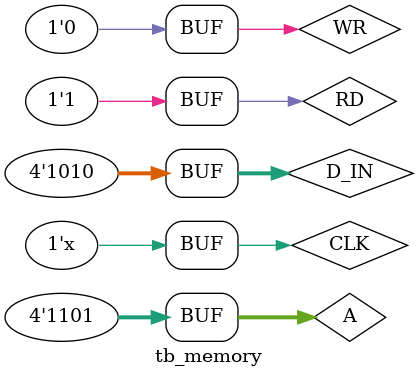
<source format=v>
`timescale 100ps/1ps

module tb_memory();

    reg CLK;
    reg [3:0] A, D_IN;
    reg WR, RD;
    wire [3:0] Q;

    memory mem(CLK, WR, RD, A, D_IN, Q);

    always #5 CLK = ~CLK;

    initial begin
        CLK <= 0;

        WR <= 1;
        RD <= 0;

        A <= 4'b0011;
        D_IN <= 4'b1001;

        #10
        A <= 4'b1101;
        D_IN <= 4'b1010;

        #10

        WR <= 0;
        RD <= 1;
        A <= 4'b0011;

        #10
        A <= 4'b1101;

        #10;
    end

endmodule
</source>
